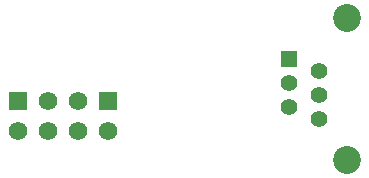
<source format=gbr>
%TF.GenerationSoftware,Altium Limited,Altium Designer,21.2.2 (38)*%
G04 Layer_Color=255*
%FSLAX26Y26*%
%MOIN*%
%TF.SameCoordinates,75BC83C2-9D79-468A-8CB9-4745F9D1B378*%
%TF.FilePolarity,Positive*%
%TF.FileFunction,Pads,Bot*%
%TF.Part,Single*%
G01*
G75*
%TA.AperFunction,ComponentPad*%
%ADD19C,0.062008*%
%ADD20R,0.062008X0.062008*%
%ADD21C,0.055118*%
%ADD22C,0.092913*%
%ADD23R,0.055118X0.055118*%
D19*
X898032Y-139370D02*
D03*
X798032D02*
D03*
X698032D02*
D03*
X598032D02*
D03*
X698032Y-39370D02*
D03*
X798032D02*
D03*
D20*
X598032D02*
D03*
X898032D02*
D03*
D21*
X1502355Y-60230D02*
D03*
X1602355Y-100387D02*
D03*
Y-20072D02*
D03*
Y60243D02*
D03*
Y-20072D02*
D03*
X1502355Y20085D02*
D03*
D22*
X1692906Y-236214D02*
D03*
Y236227D02*
D03*
D23*
X1502355Y100400D02*
D03*
%TF.MD5,5d4f4f6e72c54a192dd74cb938ce21ed*%
M02*

</source>
